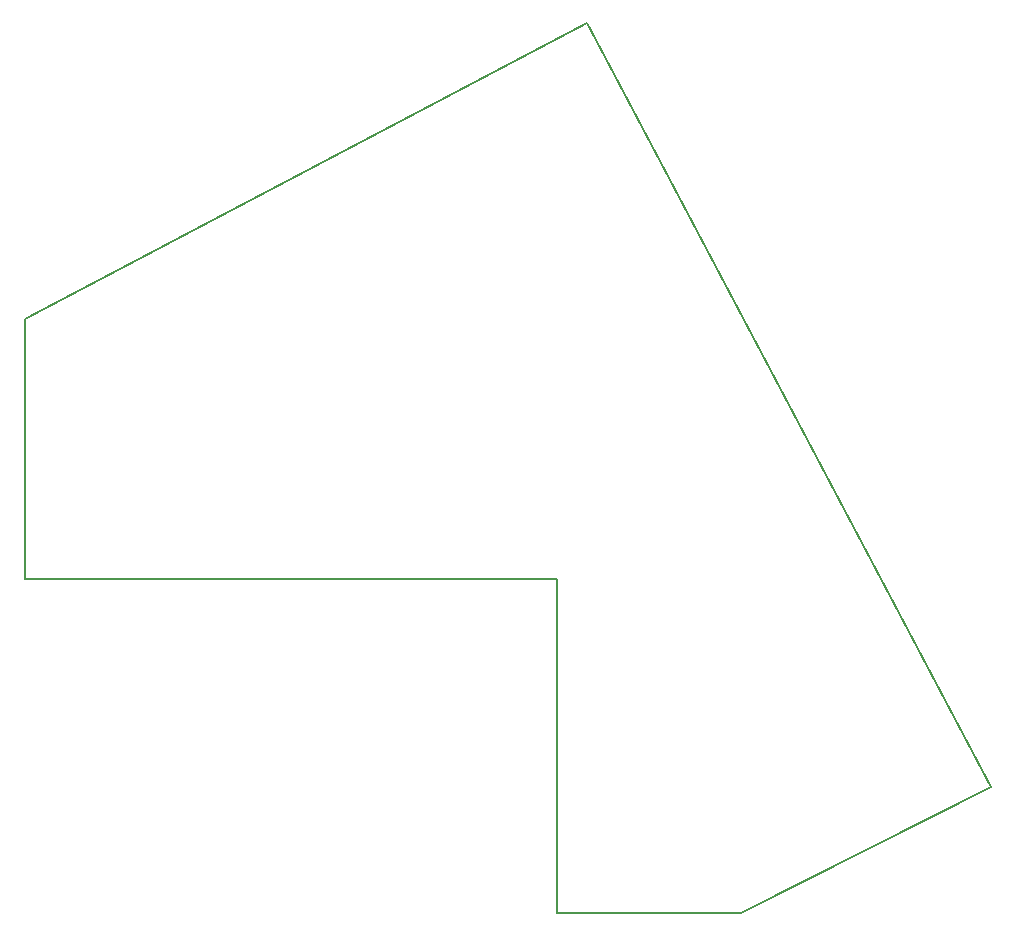
<source format=gko>
G04*
G04 #@! TF.GenerationSoftware,Altium Limited,Altium Designer,22.5.1 (42)*
G04*
G04 Layer_Color=8388736*
%FSLAX44Y44*%
%MOMM*%
G71*
G04*
G04 #@! TF.SameCoordinates,3542A28A-F779-4FD2-A1C7-180016CA1DCA*
G04*
G04*
G04 #@! TF.FilePolarity,Positive*
G04*
G01*
G75*
%ADD10C,0.2000*%
D10*
X985212Y424180D02*
Y706680D01*
X535212D02*
X985212D01*
X535212D02*
Y826680D01*
Y926987D01*
X1010800Y1177169D01*
X1352748Y530250D01*
X1140711Y424180D02*
X1352748Y530250D01*
X985212Y424180D02*
X1140711D01*
M02*

</source>
